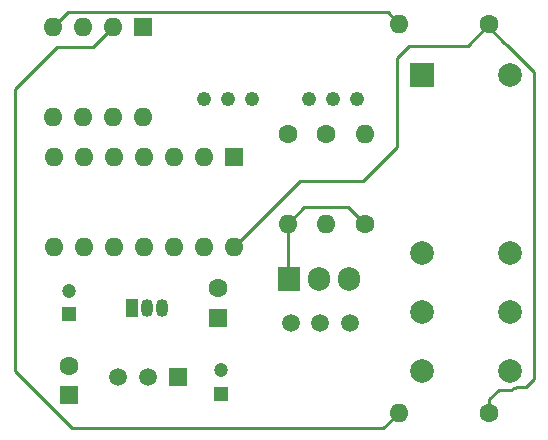
<source format=gbr>
%TF.GenerationSoftware,KiCad,Pcbnew,7.0.11-7.0.11~ubuntu22.04.1*%
%TF.CreationDate,2024-09-17T11:44:22+02:00*%
%TF.ProjectId,BAU-Elec,4241552d-456c-4656-932e-6b696361645f,rev?*%
%TF.SameCoordinates,Original*%
%TF.FileFunction,Copper,L1,Top*%
%TF.FilePolarity,Positive*%
%FSLAX46Y46*%
G04 Gerber Fmt 4.6, Leading zero omitted, Abs format (unit mm)*
G04 Created by KiCad (PCBNEW 7.0.11-7.0.11~ubuntu22.04.1) date 2024-09-17 11:44:22*
%MOMM*%
%LPD*%
G01*
G04 APERTURE LIST*
%TA.AperFunction,ComponentPad*%
%ADD10C,1.498600*%
%TD*%
%TA.AperFunction,ComponentPad*%
%ADD11C,1.219200*%
%TD*%
%TA.AperFunction,ComponentPad*%
%ADD12O,1.600000X1.600000*%
%TD*%
%TA.AperFunction,ComponentPad*%
%ADD13C,1.600000*%
%TD*%
%TA.AperFunction,ComponentPad*%
%ADD14C,1.200000*%
%TD*%
%TA.AperFunction,ComponentPad*%
%ADD15R,1.200000X1.200000*%
%TD*%
%TA.AperFunction,ComponentPad*%
%ADD16R,1.600000X1.600000*%
%TD*%
%TA.AperFunction,ComponentPad*%
%ADD17C,2.000000*%
%TD*%
%TA.AperFunction,ComponentPad*%
%ADD18R,2.000000X2.000000*%
%TD*%
%TA.AperFunction,ComponentPad*%
%ADD19R,1.500000X1.500000*%
%TD*%
%TA.AperFunction,ComponentPad*%
%ADD20C,1.500000*%
%TD*%
%TA.AperFunction,ComponentPad*%
%ADD21R,1.905000X2.000000*%
%TD*%
%TA.AperFunction,ComponentPad*%
%ADD22O,1.905000X2.000000*%
%TD*%
%TA.AperFunction,ComponentPad*%
%ADD23O,1.050000X1.500000*%
%TD*%
%TA.AperFunction,ComponentPad*%
%ADD24R,1.050000X1.500000*%
%TD*%
%TA.AperFunction,Conductor*%
%ADD25C,0.250000*%
%TD*%
%TA.AperFunction,Conductor*%
%ADD26C,1.000000*%
%TD*%
G04 APERTURE END LIST*
D10*
%TO.P,bat_in-out1,3,3*%
%TO.N,bat_out*%
X68549878Y-42950000D03*
%TO.P,bat_in-out1,2,2*%
%TO.N,bat_in*%
X71050000Y-42950000D03*
%TO.P,bat_in-out1,1,1*%
%TO.N,GND*%
X73550122Y-42950000D03*
%TD*%
D11*
%TO.P,stop1,1,1*%
%TO.N,GND*%
X65250000Y-24027300D03*
%TO.P,stop1,2,2*%
%TO.N,stop_button*%
X63250000Y-24027300D03*
%TO.P,stop1,3,3*%
%TO.N,red_led*%
X61249999Y-24027300D03*
%TD*%
%TO.P,starter1,1,1*%
%TO.N,GND*%
X74140000Y-24027300D03*
%TO.P,starter1,2,2*%
%TO.N,primer_button*%
X72140000Y-24027300D03*
%TO.P,starter1,3,3*%
%TO.N,green_led*%
X70139999Y-24027300D03*
%TD*%
D12*
%TO.P,R3,2*%
%TO.N,GND*%
X74840000Y-26980000D03*
D13*
%TO.P,R3,1*%
%TO.N,relay_control*%
X74840000Y-34600000D03*
%TD*%
D14*
%TO.P,C2,2*%
%TO.N,GND*%
X49770000Y-40260088D03*
D15*
%TO.P,C2,1*%
%TO.N,5V*%
X49770000Y-42260088D03*
%TD*%
D12*
%TO.P,R2,2*%
%TO.N,Net-(NA555P1-R)*%
X77750000Y-17680000D03*
D13*
%TO.P,R2,1*%
%TO.N,5V*%
X85370000Y-17680000D03*
%TD*%
D16*
%TO.P,U2,1*%
%TO.N,Net-(NA555P1-Q)*%
X63750000Y-28940000D03*
D12*
%TO.P,U2,2*%
%TO.N,relay_control*%
X61210000Y-28940000D03*
%TO.P,U2,3*%
%TO.N,N/C*%
X58670000Y-28940000D03*
%TO.P,U2,4*%
X56130000Y-28940000D03*
%TO.P,U2,5*%
X53590000Y-28940000D03*
%TO.P,U2,6*%
X51050000Y-28940000D03*
%TO.P,U2,7,GND*%
%TO.N,GND*%
X48510000Y-28940000D03*
%TO.P,U2,8*%
%TO.N,N/C*%
X48510000Y-36560000D03*
%TO.P,U2,9*%
X51050000Y-36560000D03*
%TO.P,U2,10*%
X53590000Y-36560000D03*
%TO.P,U2,11*%
X56130000Y-36560000D03*
%TO.P,U2,12*%
X58670000Y-36560000D03*
%TO.P,U2,13*%
X61210000Y-36560000D03*
%TO.P,U2,14,VCC*%
%TO.N,5V*%
X63750000Y-36560000D03*
%TD*%
%TO.P,R4,2*%
%TO.N,Net-(NA555P1-Q)*%
X71560000Y-34580000D03*
D13*
%TO.P,R4,1*%
%TO.N,green_led*%
X71560000Y-26960000D03*
%TD*%
%TO.P,C1,2*%
%TO.N,GND*%
X62370000Y-40065113D03*
D16*
%TO.P,C1,1*%
%TO.N,10V*%
X62370000Y-42565113D03*
%TD*%
D17*
%TO.P,K1,11*%
%TO.N,bat_in*%
X79632500Y-42032500D03*
X87132500Y-42032500D03*
%TO.P,K1,12*%
%TO.N,unconnected-(K1-Pad12)*%
X79632500Y-37032500D03*
X87132500Y-37032500D03*
%TO.P,K1,14*%
%TO.N,bat_out*%
X79632500Y-47032500D03*
X87132500Y-47032500D03*
D18*
%TO.P,K1,A1*%
%TO.N,10V*%
X79632500Y-22032500D03*
D17*
%TO.P,K1,A2*%
%TO.N,Net-(P16NF06L1-D)*%
X87132500Y-22032500D03*
%TD*%
D19*
%TO.P,L78L10_TO92,1,VO*%
%TO.N,10V*%
X59000000Y-47567488D03*
D20*
%TO.P,L78L10_TO92,2,GND*%
%TO.N,GND*%
X56460000Y-47567488D03*
%TO.P,L78L10_TO92,3,VI*%
%TO.N,bat_in*%
X53920000Y-47567488D03*
%TD*%
D14*
%TO.P,C4,2*%
%TO.N,GND*%
X62630000Y-46990087D03*
D15*
%TO.P,C4,1*%
%TO.N,10V*%
X62630000Y-48990087D03*
%TD*%
D13*
%TO.P,R1,1*%
%TO.N,5V*%
X85330000Y-50580000D03*
D12*
%TO.P,R1,2*%
%TO.N,Net-(NA555P1-TR)*%
X77710000Y-50580000D03*
%TD*%
D21*
%TO.P,P16NF06L1,1,G*%
%TO.N,relay_control*%
X68430000Y-39250000D03*
D22*
%TO.P,P16NF06L1,2,D*%
%TO.N,Net-(P16NF06L1-D)*%
X70970000Y-39250000D03*
%TO.P,P16NF06L1,3,S*%
%TO.N,GND*%
X73510000Y-39250000D03*
%TD*%
D16*
%TO.P,NA555P1,1,GND*%
%TO.N,GND*%
X56060000Y-17920000D03*
D12*
%TO.P,NA555P1,2,TR*%
%TO.N,Net-(NA555P1-TR)*%
X53520000Y-17920000D03*
%TO.P,NA555P1,3,Q*%
%TO.N,Net-(NA555P1-Q)*%
X50980000Y-17920000D03*
%TO.P,NA555P1,4,R*%
%TO.N,Net-(NA555P1-R)*%
X48440000Y-17920000D03*
%TO.P,NA555P1,5,CV*%
%TO.N,GND*%
X48440000Y-25540000D03*
%TO.P,NA555P1,6,THR*%
X50980000Y-25540000D03*
%TO.P,NA555P1,7,DIS*%
%TO.N,unconnected-(NA555P1-DIS-Pad7)*%
X53520000Y-25540000D03*
%TO.P,NA555P1,8,VCC*%
%TO.N,5V*%
X56060000Y-25540000D03*
%TD*%
D23*
%TO.P,L78L05_TO92,3,VI*%
%TO.N,10V*%
X57660000Y-41720001D03*
%TO.P,L78L05_TO92,2,GND*%
%TO.N,GND*%
X56390000Y-41720001D03*
D24*
%TO.P,L78L05_TO92,1,VO*%
%TO.N,5V*%
X55120000Y-41720001D03*
%TD*%
D13*
%TO.P,C3,2*%
%TO.N,GND*%
X49760000Y-46602601D03*
D16*
%TO.P,C3,1*%
%TO.N,bat_in*%
X49760000Y-49102601D03*
%TD*%
D12*
%TO.P,R5,2*%
%TO.N,relay_control*%
X68330000Y-34580000D03*
D13*
%TO.P,R5,1*%
%TO.N,red_led*%
X68330000Y-26960000D03*
%TD*%
D25*
%TO.N,relay_control*%
X74840000Y-34600000D02*
X73430000Y-33190000D01*
X73430000Y-33190000D02*
X69720000Y-33190000D01*
X69720000Y-33190000D02*
X68330000Y-34580000D01*
%TO.N,Net-(NA555P1-R)*%
X77750000Y-17680000D02*
X76750000Y-16680000D01*
X76750000Y-16680000D02*
X49680000Y-16680000D01*
X49680000Y-16680000D02*
X48440000Y-17920000D01*
%TO.N,5V*%
X86878822Y-19494602D02*
X86619429Y-19255814D01*
X87179822Y-48630000D02*
X87496854Y-48490936D01*
X89110000Y-21700000D02*
X86953187Y-19543187D01*
X87496854Y-48490936D02*
X87838636Y-48404386D01*
X88452941Y-48397059D02*
X89110000Y-47740000D01*
X86160000Y-48630000D02*
X87179822Y-48630000D01*
X86619429Y-19255814D02*
X85322110Y-17958495D01*
X89110000Y-47740000D02*
X89110000Y-21700000D01*
X85330000Y-49460000D02*
X86160000Y-48630000D01*
X86953187Y-19543187D02*
X86878822Y-19494602D01*
X88190000Y-48375271D02*
X88452941Y-48397059D01*
X87838636Y-48404386D02*
X88190000Y-48375271D01*
X85330000Y-50580000D02*
X85330000Y-49460000D01*
X85322110Y-17958495D02*
X85322110Y-17727890D01*
%TO.N,Net-(NA555P1-TR)*%
X53520000Y-17920000D02*
X51820000Y-19620000D01*
X45170000Y-47050000D02*
X50005000Y-51885000D01*
X51820000Y-19620000D02*
X48740000Y-19620000D01*
X48740000Y-19620000D02*
X45170000Y-23190000D01*
X76405000Y-51885000D02*
X77710000Y-50580000D01*
X45170000Y-23190000D02*
X45170000Y-47050000D01*
X50005000Y-51885000D02*
X76405000Y-51885000D01*
D26*
%TO.N,GND*%
X73510000Y-42909878D02*
X73550122Y-42950000D01*
D25*
%TO.N,5V*%
X85370000Y-17680000D02*
X83530000Y-19520000D01*
X63750000Y-36560000D02*
X69340000Y-30970000D01*
X69340000Y-30970000D02*
X74660000Y-30970000D01*
X74660000Y-30970000D02*
X77570000Y-28060000D01*
X77570000Y-28060000D02*
X77570000Y-20560000D01*
X77570000Y-20560000D02*
X78610000Y-19520000D01*
X78610000Y-19520000D02*
X83530000Y-19520000D01*
%TO.N,relay_control*%
X68330000Y-34580000D02*
X68330000Y-39150000D01*
X68330000Y-39150000D02*
X68430000Y-39250000D01*
%TD*%
M02*

</source>
